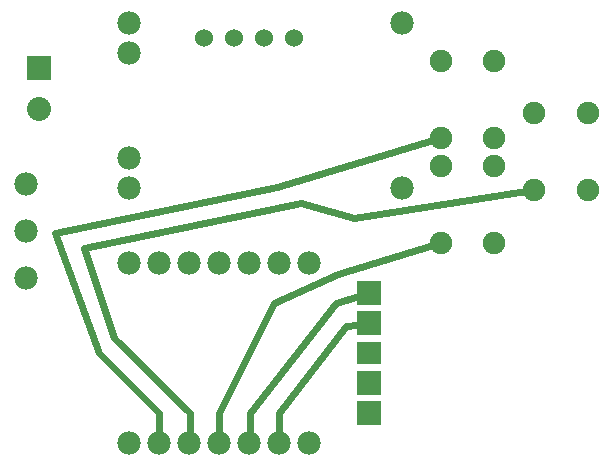
<source format=gbl>
G04 MADE WITH FRITZING*
G04 WWW.FRITZING.ORG*
G04 DOUBLE SIDED*
G04 HOLES PLATED*
G04 CONTOUR ON CENTER OF CONTOUR VECTOR*
%ASAXBY*%
%FSLAX23Y23*%
%MOIN*%
%OFA0B0*%
%SFA1.0B1.0*%
%ADD10C,0.075000*%
%ADD11C,0.074000*%
%ADD12C,0.078000*%
%ADD13C,0.080000*%
%ADD14C,0.060000*%
%ADD15R,0.073028X0.071501*%
%ADD16R,0.071756X0.074809*%
%ADD17R,0.073028X0.069551*%
%ADD18R,0.071501X0.071077*%
%ADD19R,0.071756X0.071756*%
%ADD20R,0.000028X0.000028*%
%ADD21R,0.082469X0.079707*%
%ADD22R,0.080184X0.080286*%
%ADD23R,0.078917X0.078057*%
%ADD24R,0.080000X0.080000*%
%ADD25R,0.080184X0.080012*%
%ADD26C,0.024000*%
%LNCOPPER0*%
G90*
G70*
G54D10*
X1611Y1153D03*
X1611Y897D03*
X1788Y1153D03*
X1788Y897D03*
X1611Y1153D03*
X1611Y897D03*
X1788Y1153D03*
X1788Y897D03*
X1922Y1329D03*
X1922Y1074D03*
X2100Y1329D03*
X2100Y1074D03*
X1922Y1329D03*
X1922Y1074D03*
X2100Y1329D03*
X2100Y1074D03*
X1611Y1503D03*
X1611Y1247D03*
X1788Y1503D03*
X1788Y1247D03*
X1611Y1503D03*
X1611Y1247D03*
X1788Y1503D03*
X1788Y1247D03*
G54D11*
X1372Y730D03*
X1372Y630D03*
X1372Y530D03*
X1372Y430D03*
X1372Y330D03*
G54D12*
X572Y229D03*
X672Y229D03*
X772Y229D03*
X872Y229D03*
X972Y229D03*
X1072Y229D03*
X1172Y229D03*
X1172Y830D03*
X1072Y830D03*
X972Y830D03*
X872Y830D03*
X772Y830D03*
X672Y830D03*
X572Y830D03*
X1481Y1079D03*
X1481Y1631D03*
X572Y1079D03*
X572Y1180D03*
X572Y1531D03*
X572Y1631D03*
G54D13*
X272Y1479D03*
X272Y1342D03*
G54D12*
X229Y780D03*
X229Y936D03*
X229Y1092D03*
G54D14*
X822Y1579D03*
X922Y1580D03*
X1022Y1579D03*
X1122Y1579D03*
X822Y1579D03*
X922Y1580D03*
X1022Y1579D03*
X1122Y1579D03*
G54D15*
X1373Y330D03*
G54D16*
X1372Y428D03*
G54D17*
X1371Y529D03*
G54D18*
X1372Y730D03*
G54D19*
X1372Y630D03*
G54D20*
X1372Y730D03*
X1372Y630D03*
G54D18*
X1372Y630D03*
G54D19*
X1372Y730D03*
G54D20*
X1372Y730D03*
X1372Y630D03*
G54D18*
X1372Y630D03*
G54D19*
X1372Y730D03*
G54D20*
X1372Y730D03*
X1372Y630D03*
G54D18*
X1372Y630D03*
G54D19*
X1372Y730D03*
G54D21*
X1372Y329D03*
G54D22*
X1372Y429D03*
G54D23*
X1372Y530D03*
G54D24*
X1372Y629D03*
G54D25*
X1372Y729D03*
G54D24*
X272Y1479D03*
G54D26*
X773Y260D02*
X773Y329D01*
D02*
X773Y329D02*
X521Y579D01*
D02*
X521Y579D02*
X422Y878D01*
D02*
X1146Y1029D02*
X1322Y981D01*
D02*
X1322Y981D02*
X1894Y1069D01*
D02*
X422Y878D02*
X1146Y1029D01*
D02*
X1054Y697D02*
X872Y329D01*
D02*
X1267Y793D02*
X1054Y697D01*
D02*
X1583Y889D02*
X1267Y793D01*
D02*
X872Y329D02*
X872Y260D01*
D02*
X672Y329D02*
X672Y260D01*
D02*
X1066Y1084D02*
X323Y931D01*
D02*
X472Y529D02*
X672Y329D01*
D02*
X323Y931D02*
X472Y529D01*
D02*
X1583Y1239D02*
X1066Y1084D01*
D02*
X1072Y260D02*
X1072Y329D01*
D02*
X1293Y618D02*
X1330Y623D01*
D02*
X1072Y329D02*
X1293Y618D01*
D02*
X1261Y696D02*
X1338Y719D01*
D02*
X974Y329D02*
X1261Y696D01*
D02*
X973Y260D02*
X974Y329D01*
G04 End of Copper0*
M02*
</source>
